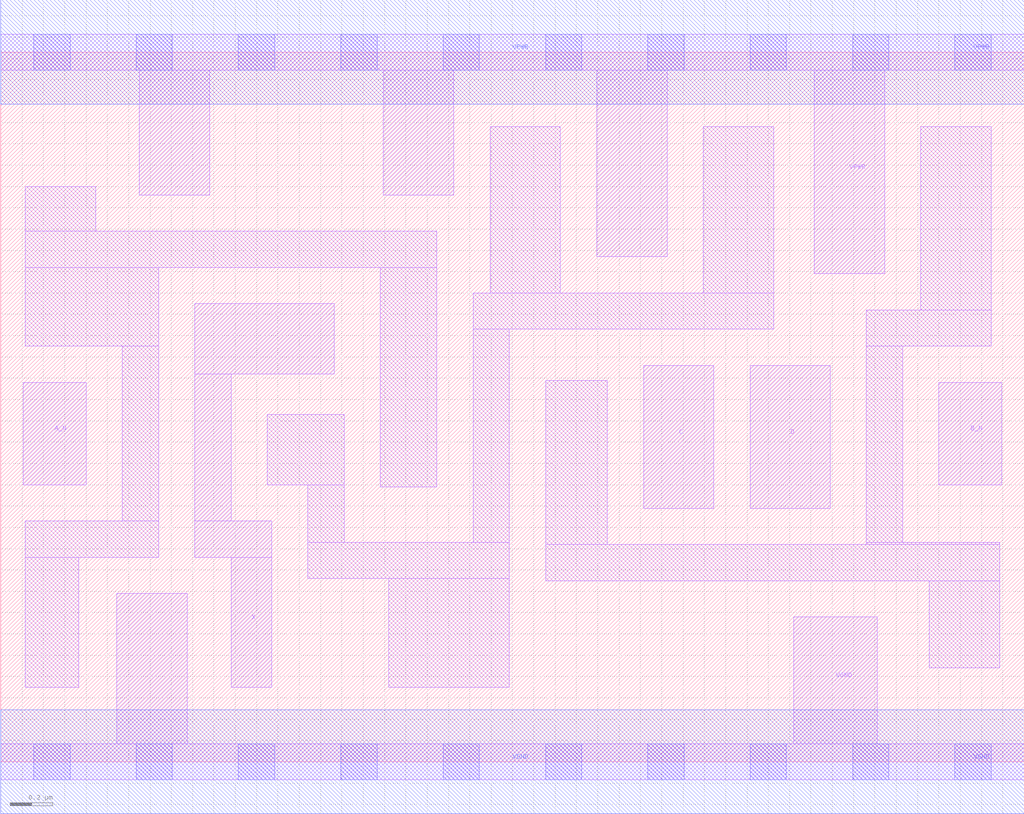
<source format=lef>
# Copyright 2020 The SkyWater PDK Authors
#
# Licensed under the Apache License, Version 2.0 (the "License");
# you may not use this file except in compliance with the License.
# You may obtain a copy of the License at
#
#     https://www.apache.org/licenses/LICENSE-2.0
#
# Unless required by applicable law or agreed to in writing, software
# distributed under the License is distributed on an "AS IS" BASIS,
# WITHOUT WARRANTIES OR CONDITIONS OF ANY KIND, either express or implied.
# See the License for the specific language governing permissions and
# limitations under the License.
#
# SPDX-License-Identifier: Apache-2.0

VERSION 5.7 ;
  NAMESCASESENSITIVE ON ;
  NOWIREEXTENSIONATPIN ON ;
  DIVIDERCHAR "/" ;
  BUSBITCHARS "[]" ;
UNITS
  DATABASE MICRONS 200 ;
END UNITS
MACRO sky130_fd_sc_ms__and4bb_1
  CLASS CORE ;
  SOURCE USER ;
  FOREIGN sky130_fd_sc_ms__and4bb_1 ;
  ORIGIN  0.000000  0.000000 ;
  SIZE  4.800000 BY  3.330000 ;
  SYMMETRY X Y ;
  SITE unit ;
  PIN A_N
    ANTENNAGATEAREA  0.233700 ;
    DIRECTION INPUT ;
    USE SIGNAL ;
    PORT
      LAYER li1 ;
        RECT 0.105000 1.300000 0.400000 1.780000 ;
    END
  END A_N
  PIN B_N
    ANTENNAGATEAREA  0.233700 ;
    DIRECTION INPUT ;
    USE SIGNAL ;
    PORT
      LAYER li1 ;
        RECT 4.400000 1.300000 4.695000 1.780000 ;
    END
  END B_N
  PIN C
    ANTENNAGATEAREA  0.247200 ;
    DIRECTION INPUT ;
    USE SIGNAL ;
    PORT
      LAYER li1 ;
        RECT 3.015000 1.190000 3.345000 1.860000 ;
    END
  END C
  PIN D
    ANTENNAGATEAREA  0.247200 ;
    DIRECTION INPUT ;
    USE SIGNAL ;
    PORT
      LAYER li1 ;
        RECT 3.515000 1.190000 3.890000 1.860000 ;
    END
  END D
  PIN X
    ANTENNADIFFAREA  0.675700 ;
    DIRECTION OUTPUT ;
    USE SIGNAL ;
    PORT
      LAYER li1 ;
        RECT 0.910000 0.960000 1.270000 1.130000 ;
        RECT 0.910000 1.130000 1.080000 1.820000 ;
        RECT 0.910000 1.820000 1.565000 2.150000 ;
        RECT 1.080000 0.350000 1.270000 0.960000 ;
    END
  END X
  PIN VGND
    DIRECTION INOUT ;
    USE GROUND ;
    PORT
      LAYER li1 ;
        RECT 0.000000 -0.085000 4.800000 0.085000 ;
        RECT 0.545000  0.085000 0.875000 0.790000 ;
        RECT 3.720000  0.085000 4.110000 0.680000 ;
      LAYER mcon ;
        RECT 0.155000 -0.085000 0.325000 0.085000 ;
        RECT 0.635000 -0.085000 0.805000 0.085000 ;
        RECT 1.115000 -0.085000 1.285000 0.085000 ;
        RECT 1.595000 -0.085000 1.765000 0.085000 ;
        RECT 2.075000 -0.085000 2.245000 0.085000 ;
        RECT 2.555000 -0.085000 2.725000 0.085000 ;
        RECT 3.035000 -0.085000 3.205000 0.085000 ;
        RECT 3.515000 -0.085000 3.685000 0.085000 ;
        RECT 3.995000 -0.085000 4.165000 0.085000 ;
        RECT 4.475000 -0.085000 4.645000 0.085000 ;
      LAYER met1 ;
        RECT 0.000000 -0.245000 4.800000 0.245000 ;
    END
  END VGND
  PIN VPWR
    DIRECTION INOUT ;
    USE POWER ;
    PORT
      LAYER li1 ;
        RECT 0.000000 3.245000 4.800000 3.415000 ;
        RECT 0.650000 2.660000 0.980000 3.245000 ;
        RECT 1.795000 2.660000 2.125000 3.245000 ;
        RECT 2.795000 2.370000 3.125000 3.245000 ;
        RECT 3.815000 2.290000 4.145000 3.245000 ;
      LAYER mcon ;
        RECT 0.155000 3.245000 0.325000 3.415000 ;
        RECT 0.635000 3.245000 0.805000 3.415000 ;
        RECT 1.115000 3.245000 1.285000 3.415000 ;
        RECT 1.595000 3.245000 1.765000 3.415000 ;
        RECT 2.075000 3.245000 2.245000 3.415000 ;
        RECT 2.555000 3.245000 2.725000 3.415000 ;
        RECT 3.035000 3.245000 3.205000 3.415000 ;
        RECT 3.515000 3.245000 3.685000 3.415000 ;
        RECT 3.995000 3.245000 4.165000 3.415000 ;
        RECT 4.475000 3.245000 4.645000 3.415000 ;
      LAYER met1 ;
        RECT 0.000000 3.085000 4.800000 3.575000 ;
    END
  END VPWR
  OBS
    LAYER li1 ;
      RECT 0.115000 0.350000 0.365000 0.960000 ;
      RECT 0.115000 0.960000 0.740000 1.130000 ;
      RECT 0.115000 1.950000 0.740000 2.320000 ;
      RECT 0.115000 2.320000 2.045000 2.490000 ;
      RECT 0.115000 2.490000 0.445000 2.700000 ;
      RECT 0.570000 1.130000 0.740000 1.950000 ;
      RECT 1.250000 1.300000 1.610000 1.630000 ;
      RECT 1.440000 0.860000 2.385000 1.030000 ;
      RECT 1.440000 1.030000 1.610000 1.300000 ;
      RECT 1.780000 1.290000 2.045000 2.320000 ;
      RECT 1.820000 0.350000 2.385000 0.860000 ;
      RECT 2.215000 1.030000 2.385000 2.030000 ;
      RECT 2.215000 2.030000 3.625000 2.200000 ;
      RECT 2.295000 2.200000 2.625000 2.980000 ;
      RECT 2.555000 0.850000 4.685000 1.020000 ;
      RECT 2.555000 1.020000 2.845000 1.790000 ;
      RECT 3.295000 2.200000 3.625000 2.980000 ;
      RECT 4.060000 1.020000 4.685000 1.030000 ;
      RECT 4.060000 1.030000 4.230000 1.950000 ;
      RECT 4.060000 1.950000 4.645000 2.120000 ;
      RECT 4.315000 2.120000 4.645000 2.980000 ;
      RECT 4.355000 0.440000 4.685000 0.850000 ;
  END
END sky130_fd_sc_ms__and4bb_1

</source>
